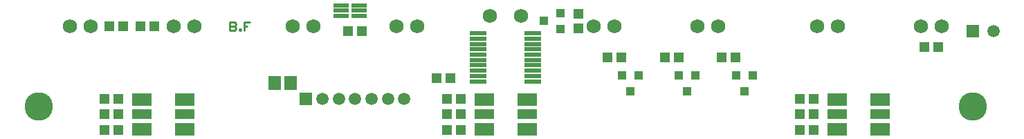
<source format=gts>
G75*
G70*
%OFA0B0*%
%FSLAX24Y24*%
%IPPOS*%
%LPD*%
%AMOC8*
5,1,8,0,0,1.08239X$1,22.5*
%
%ADD10C,0.1370*%
%ADD11C,0.0680*%
%ADD12R,0.0789X0.0230*%
%ADD13R,0.0595X0.0595*%
%ADD14C,0.0595*%
%ADD15R,0.0946X0.0631*%
%ADD16R,0.0946X0.0474*%
%ADD17R,0.0513X0.0474*%
%ADD18R,0.0395X0.0434*%
%ADD19R,0.0434X0.0395*%
%ADD20R,0.0474X0.0513*%
%ADD21R,0.0749X0.0218*%
%ADD22C,0.0090*%
%ADD23R,0.0592X0.0671*%
D10*
X001660Y001780D03*
X046660Y001780D03*
D11*
X045160Y005660D03*
X044160Y005660D03*
X040160Y005660D03*
X039160Y005660D03*
X034410Y005660D03*
X033410Y005660D03*
X029410Y005660D03*
X028410Y005660D03*
X024910Y006160D03*
X023410Y006160D03*
X019910Y005660D03*
X018910Y005660D03*
X014910Y005660D03*
X013910Y005660D03*
X009160Y005660D03*
X008160Y005660D03*
X004160Y005660D03*
X003160Y005660D03*
D12*
X022841Y005312D03*
X022841Y005056D03*
X022841Y004800D03*
X022841Y004544D03*
X022841Y004288D03*
X022841Y004032D03*
X022841Y003776D03*
X022841Y003520D03*
X022841Y003264D03*
X022841Y003008D03*
X025479Y003008D03*
X025479Y003264D03*
X025479Y003520D03*
X025479Y003776D03*
X025479Y004032D03*
X025479Y004288D03*
X025479Y004544D03*
X025479Y004800D03*
X025479Y005056D03*
X025479Y005312D03*
D13*
X014548Y002160D03*
X046660Y005410D03*
D14*
X047660Y005410D03*
X019272Y002160D03*
X018485Y002160D03*
X017697Y002160D03*
X016910Y002160D03*
X016123Y002160D03*
X015335Y002160D03*
D15*
X008684Y002119D03*
X006636Y002119D03*
X006636Y000701D03*
X008684Y000701D03*
X023136Y000701D03*
X025184Y000701D03*
X025184Y002119D03*
X023136Y002119D03*
X040136Y002119D03*
X042184Y002119D03*
X042184Y000701D03*
X040136Y000701D03*
D16*
X040136Y001410D03*
X042184Y001410D03*
X025184Y001410D03*
X023136Y001410D03*
X008684Y001410D03*
X006636Y001410D03*
D17*
X004825Y000660D03*
X005495Y000660D03*
X005495Y001410D03*
X004825Y001410D03*
X004825Y002160D03*
X005495Y002160D03*
X020825Y003160D03*
X021495Y003160D03*
X021325Y002160D03*
X021995Y002160D03*
X021995Y001410D03*
X021325Y001410D03*
X021325Y000660D03*
X021995Y000660D03*
X038325Y000660D03*
X038995Y000660D03*
X038995Y001410D03*
X038325Y001410D03*
X038325Y002160D03*
X038995Y002160D03*
X035245Y004160D03*
X034575Y004160D03*
X032495Y004160D03*
X031825Y004160D03*
X029745Y004160D03*
X029075Y004160D03*
X017245Y005410D03*
X016575Y005410D03*
X007245Y005660D03*
X006575Y005660D03*
X005745Y005660D03*
X005075Y005660D03*
X044325Y004660D03*
X044995Y004660D03*
D18*
X036054Y003304D03*
X035266Y003304D03*
X033304Y003304D03*
X032516Y003304D03*
X030554Y003304D03*
X029766Y003304D03*
X030160Y002516D03*
X032910Y002516D03*
X035660Y002516D03*
D19*
X026804Y005516D03*
X026016Y005910D03*
X026804Y006304D03*
D20*
X027660Y006245D03*
X027660Y005575D03*
D21*
X017093Y006154D03*
X016227Y006154D03*
X016227Y006410D03*
X017093Y006410D03*
X017093Y006666D03*
X016227Y006666D03*
D22*
X011844Y005865D02*
X011570Y005865D01*
X011570Y005455D01*
X011408Y005455D02*
X011340Y005455D01*
X011340Y005523D01*
X011408Y005523D01*
X011408Y005455D01*
X011153Y005523D02*
X011085Y005455D01*
X010880Y005455D01*
X010880Y005865D01*
X011085Y005865D01*
X011153Y005797D01*
X011153Y005729D01*
X011085Y005660D01*
X010880Y005660D01*
X011085Y005660D02*
X011153Y005592D01*
X011153Y005523D01*
X011570Y005660D02*
X011707Y005660D01*
D23*
X013036Y002910D03*
X013784Y002910D03*
M02*

</source>
